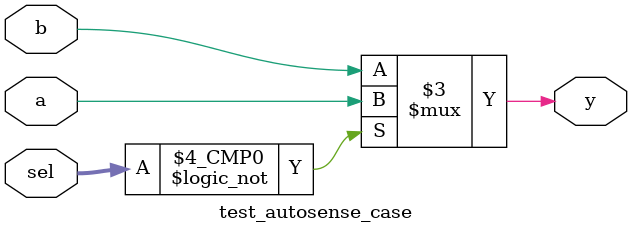
<source format=v>
module test_autosense_case (
    input wire [1:0] sel,
    input wire a,
    input wire b,
    output reg y
);
/*AUTOSENSE*/
always @(*) begin
  case (sel)
    2'b00: y = a;
    default: y = b;
  endcase
end
endmodule

</source>
